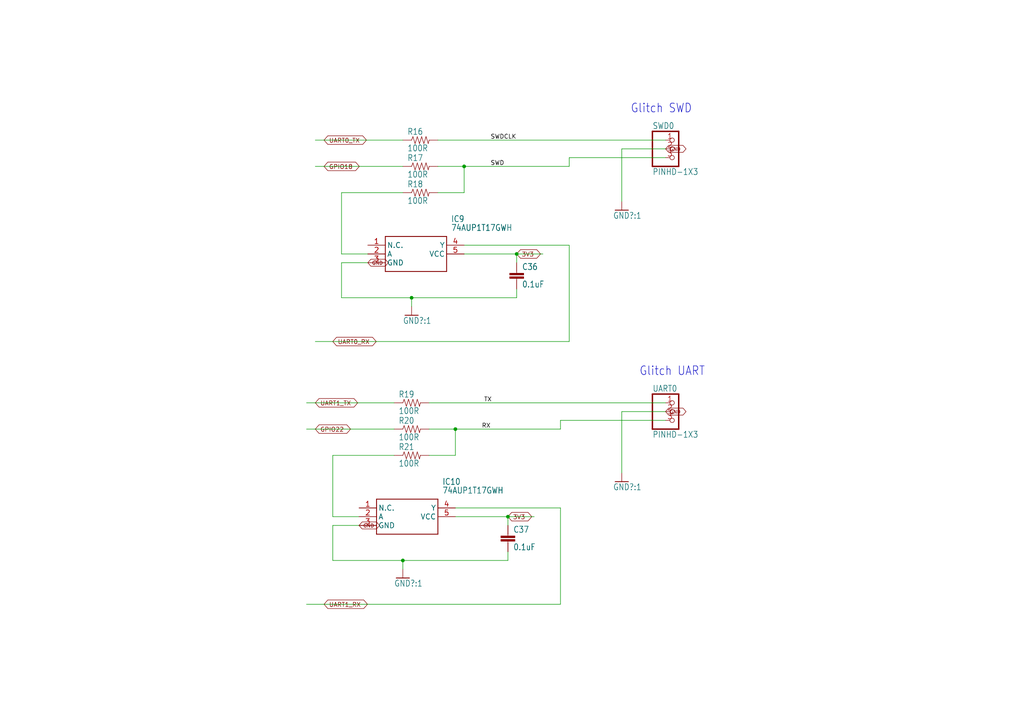
<source format=kicad_sch>
(kicad_sch (version 20250114) (generator "eeschema") (generator_version "9.0")
  (paper "A4")
  (lib_symbols
    (symbol "L1_2025_v1.4-eagle-import:74AUP1T17GWH"
      (property "Reference" "IC" (at 24.13 7.62 0))
      (symbol "74AUP1T17GWH_1_0"
        (polyline (pts (xy 5.08 2.54) (xy 5.08 -7.62)) (stroke (width 0.254)))
        (polyline (pts (xy 5.08 2.54) (xy 22.86 2.54)) (stroke (width 0.254)))
        (polyline (pts (xy 22.86 -7.62) (xy 5.08 -7.62)) (stroke (width 0.254)))
        (polyline (pts (xy 22.86 -7.62) (xy 22.86 2.54)) (stroke (width 0.254)))
        (pin bidirectional line (at 0 0 0) (length 5.08) (name "N.C.") (number "1"))
        (pin bidirectional line (at 0 -2.54 0) (length 5.08) (name "A") (number "2"))
        (pin bidirectional line (at 0 -5.08 0) (length 5.08) (name "GND") (number "3"))
        (pin bidirectional line (at 27.94 0 180) (length 5.08) (name "Y") (number "4"))
        (pin bidirectional line (at 27.94 -2.54 180) (length 5.08) (name "VCC") (number "5"))
      )
    )
    (symbol "L1_2025_v1.4-eagle-import:CAP0402-CAP"
      (property "Reference" "C" (at 1.524 2.921 0))
      (symbol "CAP0402-CAP_1_0"
        (rectangle (start -2.032 1.524) (end 2.032 2.032) (fill (type outline)))
        (rectangle (start -2.032 0.508) (end 2.032 1.016) (fill (type outline)))
        (polyline (pts (xy 0 2.54) (xy 0 2.032)) (stroke (width 0.1524)))
        (polyline (pts (xy 0 0) (xy 0 0.508)) (stroke (width 0.1524)))
        (pin passive line (at 0 5.08 270) (length 2.54) (name "1") (number "1"))
        (pin passive line (at 0 -2.54 90) (length 2.54) (name "2") (number "2"))
      )
    )
    (symbol "L1_2025_v1.4-eagle-import:GND?{colon}1" (power)
      (symbol "GND?{colon}1_1_0"
        (polyline (pts (xy -1.905 0) (xy 1.905 0)) (stroke (width 0.254)))
        (pin power_in line (at 0 2.54 270) (length 2.54) (name "GND") (number "1"))
      )
    )
    (symbol "L1_2025_v1.4-eagle-import:PINHD-1X3"
      (property "Reference" "JP" (at -6.35 5.715 0))
      (symbol "PINHD-1X3_1_0"
        (polyline (pts (xy -6.35 5.08) (xy -6.35 -5.08)) (stroke (width 0.4064)))
        (polyline (pts (xy -6.35 -5.08) (xy 1.27 -5.08)) (stroke (width 0.4064)))
        (polyline (pts (xy 1.27 5.08) (xy -6.35 5.08)) (stroke (width 0.4064)))
        (polyline (pts (xy 1.27 -5.08) (xy 1.27 5.08)) (stroke (width 0.4064)))
        (pin passive inverted (at -2.54 2.54 0) (length 2.54) (name "1") (number "1"))
        (pin passive inverted (at -2.54 0 0) (length 2.54) (name "2") (number "2"))
        (pin passive inverted (at -2.54 -2.54 0) (length 2.54) (name "3") (number "3"))
      )
    )
    (symbol "L1_2025_v1.4-eagle-import:RESISTOR?{colon}10402-RES"
      (property "Reference" "R" (at -3.81 1.4986 0))
      (symbol "RESISTOR?{colon}10402-RES_1_0"
        (polyline (pts (xy -2.54 0) (xy -2.159 1.016)) (stroke (width 0.1524)))
        (polyline (pts (xy -2.159 1.016) (xy -1.524 -1.016)) (stroke (width 0.1524)))
        (polyline (pts (xy -1.524 -1.016) (xy -0.889 1.016)) (stroke (width 0.1524)))
        (polyline (pts (xy -0.889 1.016) (xy -0.254 -1.016)) (stroke (width 0.1524)))
        (polyline (pts (xy -0.254 -1.016) (xy 0.381 1.016)) (stroke (width 0.1524)))
        (polyline (pts (xy 0.381 1.016) (xy 1.016 -1.016)) (stroke (width 0.1524)))
        (polyline (pts (xy 1.016 -1.016) (xy 1.651 1.016)) (stroke (width 0.1524)))
        (polyline (pts (xy 1.651 1.016) (xy 2.286 -1.016)) (stroke (width 0.1524)))
        (polyline (pts (xy 2.286 -1.016) (xy 2.54 0)) (stroke (width 0.1524)))
        (pin passive line (at -5.08 0 0) (length 2.54) (name "1") (number "1"))
        (pin passive line (at 5.08 0 180) (length 2.54) (name "2") (number "2"))
      )
    )
  )
  (text "Glitch SWD" (at 182.88 33.02 0) (effects (font (size 2.54 2.159)) (justify left bottom)))
  (text "Glitch UART" (at 185.42 109.22 0) (effects (font (size 2.54 2.159)) (justify left bottom)))
  (junction (at 119.38 86.36))
  (junction (at 132.08 124.46))
  (junction (at 149.86 73.66))
  (junction (at 134.62 48.26))
  (junction (at 116.84 162.56))
  (junction (at 147.32 149.86))
  (wire (pts (xy 147.32 149.86) (xy 154.94 149.86)) (stroke (width 0.1524)))
  (wire (pts (xy 114.3 116.84) (xy 88.9 116.84)) (stroke (width 0.1524)))
  (wire (pts (xy 165.1 71.12) (xy 165.1 99.06)) (stroke (width 0.1524)))
  (wire (pts (xy 134.62 71.12) (xy 165.1 71.12)) (stroke (width 0.1524)))
  (wire (pts (xy 147.32 152.4) (xy 147.32 149.86)) (stroke (width 0.1524)))
  (wire (pts (xy 132.08 149.86) (xy 147.32 149.86)) (stroke (width 0.1524)))
  (wire (pts (xy 116.84 162.56) (xy 147.32 162.56)) (stroke (width 0.1524)))
  (wire (pts (xy 116.84 162.56) (xy 116.84 165.1)) (stroke (width 0.1524)))
  (wire (pts (xy 193.04 119.38) (xy 180.34 119.38)) (stroke (width 0.1524)))
  (wire (pts (xy 127 55.88) (xy 134.62 55.88)) (stroke (width 0.1524)))
  (wire (pts (xy 180.34 119.38) (xy 180.34 137.16)) (stroke (width 0.1524)))
  (wire (pts (xy 99.06 86.36) (xy 119.38 86.36)) (stroke (width 0.1524)))
  (wire (pts (xy 147.32 162.56) (xy 147.32 160.02)) (stroke (width 0.1524)))
  (wire (pts (xy 149.86 86.36) (xy 149.86 83.82)) (stroke (width 0.1524)))
  (wire (pts (xy 124.46 116.84) (xy 193.04 116.84)) (stroke (width 0.1524)))
  (wire (pts (xy 162.56 121.92) (xy 193.04 121.92)) (stroke (width 0.1524)))
  (wire (pts (xy 124.46 124.46) (xy 132.08 124.46)) (stroke (width 0.1524)))
  (wire (pts (xy 134.62 55.88) (xy 134.62 48.26)) (stroke (width 0.1524)))
  (wire (pts (xy 132.08 124.46) (xy 162.56 124.46)) (stroke (width 0.1524)))
  (wire (pts (xy 119.38 86.36) (xy 119.38 88.9)) (stroke (width 0.1524)))
  (wire (pts (xy 96.52 162.56) (xy 116.84 162.56)) (stroke (width 0.1524)))
  (wire (pts (xy 162.56 147.32) (xy 162.56 175.26)) (stroke (width 0.1524)))
  (wire (pts (xy 96.52 149.86) (xy 104.14 149.86)) (stroke (width 0.1524)))
  (wire (pts (xy 127 40.64) (xy 193.04 40.64)) (stroke (width 0.1524)))
  (wire (pts (xy 162.56 175.26) (xy 88.9 175.26)) (stroke (width 0.1524)))
  (wire (pts (xy 193.04 43.18) (xy 180.34 43.18)) (stroke (width 0.1524)))
  (wire (pts (xy 165.1 45.72) (xy 193.04 45.72)) (stroke (width 0.1524)))
  (wire (pts (xy 96.52 132.08) (xy 96.52 149.86)) (stroke (width 0.1524)))
  (wire (pts (xy 180.34 43.18) (xy 180.34 58.42)) (stroke (width 0.1524)))
  (wire (pts (xy 99.06 76.2) (xy 99.06 86.36)) (stroke (width 0.1524)))
  (wire (pts (xy 165.1 99.06) (xy 91.44 99.06)) (stroke (width 0.1524)))
  (wire (pts (xy 99.06 55.88) (xy 99.06 73.66)) (stroke (width 0.1524)))
  (wire (pts (xy 127 48.26) (xy 134.62 48.26)) (stroke (width 0.1524)))
  (wire (pts (xy 165.1 48.26) (xy 165.1 45.72)) (stroke (width 0.1524)))
  (wire (pts (xy 106.68 76.2) (xy 99.06 76.2)) (stroke (width 0.1524)))
  (wire (pts (xy 114.3 132.08) (xy 96.52 132.08)) (stroke (width 0.1524)))
  (wire (pts (xy 124.46 132.08) (xy 132.08 132.08)) (stroke (width 0.1524)))
  (wire (pts (xy 104.14 152.4) (xy 96.52 152.4)) (stroke (width 0.1524)))
  (wire (pts (xy 132.08 132.08) (xy 132.08 124.46)) (stroke (width 0.1524)))
  (wire (pts (xy 132.08 147.32) (xy 162.56 147.32)) (stroke (width 0.1524)))
  (wire (pts (xy 119.38 86.36) (xy 149.86 86.36)) (stroke (width 0.1524)))
  (wire (pts (xy 134.62 48.26) (xy 165.1 48.26)) (stroke (width 0.1524)))
  (wire (pts (xy 114.3 124.46) (xy 88.9 124.46)) (stroke (width 0.1524)))
  (wire (pts (xy 116.84 40.64) (xy 91.44 40.64)) (stroke (width 0.1524)))
  (wire (pts (xy 99.06 73.66) (xy 106.68 73.66)) (stroke (width 0.1524)))
  (wire (pts (xy 134.62 73.66) (xy 149.86 73.66)) (stroke (width 0.1524)))
  (wire (pts (xy 116.84 48.26) (xy 91.44 48.26)) (stroke (width 0.1524)))
  (wire (pts (xy 149.86 73.66) (xy 157.48 73.66)) (stroke (width 0.1524)))
  (wire (pts (xy 116.84 55.88) (xy 99.06 55.88)) (stroke (width 0.1524)))
  (wire (pts (xy 162.56 124.46) (xy 162.56 121.92)) (stroke (width 0.1524)))
  (wire (pts (xy 96.52 152.4) (xy 96.52 162.56)) (stroke (width 0.1524)))
  (wire (pts (xy 149.86 76.2) (xy 149.86 73.66)) (stroke (width 0.1524)))
  (label "TX" (at 140.335 116.84 0) (effects (font (size 1.2446 1.2446))))
  (label "RX" (at 139.7 124.46 0) (effects (font (size 1.2446 1.2446))))
  (label "SWDCLK" (at 142.24 40.64 0) (effects (font (size 1.2446 1.2446))))
  (label "SWD" (at 142.24 48.26 0) (effects (font (size 1.2446 1.2446))))
  (global_label "GPIO18" (shape bidirectional) (at 93.98 48.26 0) (effects (font (size 1.2446 1.2446))) (property "Intersheetrefs" "${INTERSHEET_REFS}" (effects (hide yes))))
  (global_label "3V3" (shape bidirectional) (at 147.32 149.86 0) (effects (font (size 1.2446 1.2446))) (property "Intersheetrefs" "${INTERSHEET_REFS}" (effects (hide yes))))
  (global_label "GND" (shape bidirectional) (at 106.68 76.2 0) (effects (font (size 1.016 1.016))) (property "Intersheetrefs" "${INTERSHEET_REFS}" (effects (hide yes))))
  (global_label "3V3" (shape bidirectional) (at 149.86 73.66 0) (effects (font (size 1.2446 1.2446))) (property "Intersheetrefs" "${INTERSHEET_REFS}" (effects (hide yes))))
  (global_label "GPIO22" (shape bidirectional) (at 91.44 124.46 0) (effects (font (size 1.2446 1.2446))) (property "Intersheetrefs" "${INTERSHEET_REFS}" (effects (hide yes))))
  (global_label "UART1_RX" (shape bidirectional) (at 93.98 175.26 0) (effects (font (size 1.2446 1.2446))) (property "Intersheetrefs" "${INTERSHEET_REFS}" (effects (hide yes))))
  (global_label "GND" (shape bidirectional) (at 104.14 152.4 0) (effects (font (size 1.016 1.016))) (property "Intersheetrefs" "${INTERSHEET_REFS}" (effects (hide yes))))
  (global_label "UART1_TX" (shape bidirectional) (at 91.44 116.84 0) (effects (font (size 1.2446 1.2446))) (property "Intersheetrefs" "${INTERSHEET_REFS}" (effects (hide yes))))
  (global_label "GND" (shape bidirectional) (at 193.04 119.38 0) (effects (font (size 1.016 1.016))) (property "Intersheetrefs" "${INTERSHEET_REFS}" (effects (hide yes))))
  (global_label "GND" (shape bidirectional) (at 193.04 43.18 0) (effects (font (size 1.016 1.016))) (property "Intersheetrefs" "${INTERSHEET_REFS}" (effects (hide yes))))
  (global_label "UART0_TX" (shape bidirectional) (at 93.98 40.64 0) (effects (font (size 1.2446 1.2446))) (property "Intersheetrefs" "${INTERSHEET_REFS}" (effects (hide yes))))
  (global_label "UART0_RX" (shape bidirectional) (at 96.52 99.06 0) (effects (font (size 1.2446 1.2446))) (property "Intersheetrefs" "${INTERSHEET_REFS}" (effects (hide yes))))
  (symbol (lib_id "L1_2025_v1.4-eagle-import:RESISTOR?{colon}10402-RES") (at 121.92 40.64 0) (unit 1)
    (property "Reference" "R16" (at 118.11 39.1414 0) (effects (font (size 1.778 1.5113)) (justify left bottom)))
    (property "Value" "100R" (at 118.11 43.942 0) (effects (font (size 1.778 1.5113)) (justify left bottom)))
    (property "Footprint" "L1_2025_v1.4:0402-RES_1" (effects (hide yes)))
  )
  (symbol (lib_id "L1_2025_v1.4-eagle-import:GND?{colon}1") (at 119.38 91.44 0) (unit 1)
    (property "Reference" "#GND26" (effects (hide yes)))
    (property "Value" "GND?{colon}1" (at 116.84 93.98 0) (effects (font (size 1.778 1.5113)) (justify left bottom)))
  )
  (symbol (lib_id "L1_2025_v1.4-eagle-import:PINHD-1X3") (at 195.58 43.18 0) (unit 1)
    (property "Reference" "SWD0" (at 189.23 37.465 0) (effects (font (size 1.778 1.5113)) (justify left bottom)))
    (property "Value" "PINHD-1X3" (at 189.23 50.8 0) (effects (font (size 1.778 1.5113)) (justify left bottom)))
    (property "Footprint" "L1_2025_v1.4:1X03" (effects (hide yes)))
  )
  (symbol (lib_id "L1_2025_v1.4-eagle-import:RESISTOR?{colon}10402-RES") (at 121.92 48.26 0) (unit 1)
    (property "Reference" "R17" (at 118.11 46.7614 0) (effects (font (size 1.778 1.5113)) (justify left bottom)))
    (property "Value" "100R" (at 118.11 51.562 0) (effects (font (size 1.778 1.5113)) (justify left bottom)))
    (property "Footprint" "L1_2025_v1.4:0402-RES_1" (effects (hide yes)))
  )
  (symbol (lib_id "L1_2025_v1.4-eagle-import:74AUP1T17GWH") (at 106.68 71.12 0) (unit 1)
    (property "Reference" "IC9" (at 130.81 63.5 0) (effects (font (size 1.778 1.5113)) (justify left)))
    (property "Value" "74AUP1T17GWH" (at 130.81 66.04 0) (effects (font (size 1.778 1.5113)) (justify left)))
    (property "Footprint" "L1_2025_v1.4:SOT65P212X110-5N" (effects (hide yes)))
  )
  (symbol (lib_id "L1_2025_v1.4-eagle-import:RESISTOR?{colon}10402-RES") (at 119.38 124.46 0) (unit 1)
    (property "Reference" "R20" (at 115.57 122.9614 0) (effects (font (size 1.778 1.5113)) (justify left bottom)))
    (property "Value" "100R" (at 115.57 127.762 0) (effects (font (size 1.778 1.5113)) (justify left bottom)))
    (property "Footprint" "L1_2025_v1.4:0402-RES_1" (effects (hide yes)))
  )
  (symbol (lib_id "L1_2025_v1.4-eagle-import:CAP0402-CAP") (at 147.32 157.48 0) (unit 1)
    (property "Reference" "C37" (at 148.844 154.559 0) (effects (font (size 1.778 1.5113)) (justify left bottom)))
    (property "Value" "0.1uF" (at 148.844 159.639 0) (effects (font (size 1.778 1.5113)) (justify left bottom)))
    (property "Footprint" "L1_2025_v1.4:0402-CAP" (effects (hide yes)))
  )
  (symbol (lib_id "L1_2025_v1.4-eagle-import:CAP0402-CAP") (at 149.86 81.28 0) (unit 1)
    (property "Reference" "C36" (at 151.384 78.359 0) (effects (font (size 1.778 1.5113)) (justify left bottom)))
    (property "Value" "0.1uF" (at 151.384 83.439 0) (effects (font (size 1.778 1.5113)) (justify left bottom)))
    (property "Footprint" "L1_2025_v1.4:0402-CAP" (effects (hide yes)))
  )
  (symbol (lib_id "L1_2025_v1.4-eagle-import:74AUP1T17GWH") (at 104.14 147.32 0) (unit 1)
    (property "Reference" "IC10" (at 128.27 139.7 0) (effects (font (size 1.778 1.5113)) (justify left)))
    (property "Value" "74AUP1T17GWH" (at 128.27 142.24 0) (effects (font (size 1.778 1.5113)) (justify left)))
    (property "Footprint" "L1_2025_v1.4:SOT65P212X110-5N" (effects (hide yes)))
  )
  (symbol (lib_id "L1_2025_v1.4-eagle-import:GND?{colon}1") (at 116.84 167.64 0) (unit 1)
    (property "Reference" "#GND27" (effects (hide yes)))
    (property "Value" "GND?{colon}1" (at 114.3 170.18 0) (effects (font (size 1.778 1.5113)) (justify left bottom)))
  )
  (symbol (lib_id "L1_2025_v1.4-eagle-import:PINHD-1X3") (at 195.58 119.38 0) (unit 1)
    (property "Reference" "UART0" (at 189.23 113.665 0) (effects (font (size 1.778 1.5113)) (justify left bottom)))
    (property "Value" "PINHD-1X3" (at 189.23 127 0) (effects (font (size 1.778 1.5113)) (justify left bottom)))
    (property "Footprint" "L1_2025_v1.4:1X03" (effects (hide yes)))
  )
  (symbol (lib_id "L1_2025_v1.4-eagle-import:RESISTOR?{colon}10402-RES") (at 121.92 55.88 0) (unit 1)
    (property "Reference" "R18" (at 118.11 54.3814 0) (effects (font (size 1.778 1.5113)) (justify left bottom)))
    (property "Value" "100R" (at 118.11 59.182 0) (effects (font (size 1.778 1.5113)) (justify left bottom)))
    (property "Footprint" "L1_2025_v1.4:0402-RES_1" (effects (hide yes)))
  )
  (symbol (lib_id "L1_2025_v1.4-eagle-import:RESISTOR?{colon}10402-RES") (at 119.38 116.84 0) (unit 1)
    (property "Reference" "R19" (at 115.57 115.3414 0) (effects (font (size 1.778 1.5113)) (justify left bottom)))
    (property "Value" "100R" (at 115.57 120.142 0) (effects (font (size 1.778 1.5113)) (justify left bottom)))
    (property "Footprint" "L1_2025_v1.4:0402-RES_1" (effects (hide yes)))
  )
  (symbol (lib_id "L1_2025_v1.4-eagle-import:RESISTOR?{colon}10402-RES") (at 119.38 132.08 0) (unit 1)
    (property "Reference" "R21" (at 115.57 130.5814 0) (effects (font (size 1.778 1.5113)) (justify left bottom)))
    (property "Value" "100R" (at 115.57 135.382 0) (effects (font (size 1.778 1.5113)) (justify left bottom)))
    (property "Footprint" "L1_2025_v1.4:0402-RES_1" (effects (hide yes)))
  )
  (symbol (lib_id "L1_2025_v1.4-eagle-import:GND?{colon}1") (at 180.34 60.96 0) (unit 1)
    (property "Reference" "#GND29" (effects (hide yes)))
    (property "Value" "GND?{colon}1" (at 177.8 63.5 0) (effects (font (size 1.778 1.5113)) (justify left bottom)))
  )
  (symbol (lib_id "L1_2025_v1.4-eagle-import:GND?{colon}1") (at 180.34 139.7 0) (unit 1)
    (property "Reference" "#GND28" (effects (hide yes)))
    (property "Value" "GND?{colon}1" (at 177.8 142.24 0) (effects (font (size 1.778 1.5113)) (justify left bottom)))
  )
)
</source>
